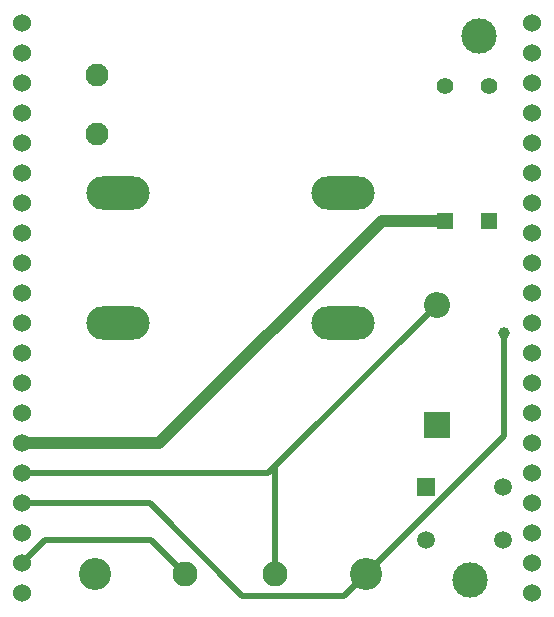
<source format=gbr>
%TF.GenerationSoftware,KiCad,Pcbnew,8.0.8*%
%TF.CreationDate,2025-03-10T21:52:53-04:00*%
%TF.ProjectId,AMS Latching Module V3.0,414d5320-4c61-4746-9368-696e67204d6f,rev?*%
%TF.SameCoordinates,Original*%
%TF.FileFunction,Copper,L2,Bot*%
%TF.FilePolarity,Positive*%
%FSLAX46Y46*%
G04 Gerber Fmt 4.6, Leading zero omitted, Abs format (unit mm)*
G04 Created by KiCad (PCBNEW 8.0.8) date 2025-03-10 21:52:53*
%MOMM*%
%LPD*%
G01*
G04 APERTURE LIST*
%TA.AperFunction,ComponentPad*%
%ADD10C,3.000000*%
%TD*%
%TA.AperFunction,ComponentPad*%
%ADD11C,1.524000*%
%TD*%
%TA.AperFunction,ComponentPad*%
%ADD12R,1.498600X1.498600*%
%TD*%
%TA.AperFunction,ComponentPad*%
%ADD13C,1.498600*%
%TD*%
%TA.AperFunction,ComponentPad*%
%ADD14O,5.350000X2.850000*%
%TD*%
%TA.AperFunction,ComponentPad*%
%ADD15C,2.717800*%
%TD*%
%TA.AperFunction,ComponentPad*%
%ADD16C,2.108200*%
%TD*%
%TA.AperFunction,ComponentPad*%
%ADD17R,1.397000X1.397000*%
%TD*%
%TA.AperFunction,ComponentPad*%
%ADD18C,1.397000*%
%TD*%
%TA.AperFunction,ComponentPad*%
%ADD19C,1.950000*%
%TD*%
%TA.AperFunction,ComponentPad*%
%ADD20R,2.200000X2.200000*%
%TD*%
%TA.AperFunction,ComponentPad*%
%ADD21O,2.200000X2.200000*%
%TD*%
%TA.AperFunction,ViaPad*%
%ADD22C,1.000000*%
%TD*%
%TA.AperFunction,Conductor*%
%ADD23C,1.000000*%
%TD*%
%TA.AperFunction,Conductor*%
%ADD24C,0.500000*%
%TD*%
%TA.AperFunction,Conductor*%
%ADD25C,0.250000*%
%TD*%
G04 APERTURE END LIST*
D10*
%TO.P,Safety Loop,1,1*%
%TO.N,Net-(J3-Pad7)*%
X89500000Y-51900000D03*
%TD*%
D11*
%TO.P,J3,1,1*%
%TO.N,Net-(J3-Pad1)*%
X50800000Y-99060000D03*
%TO.P,J3,2,2*%
%TO.N,Net-(D1-K)*%
X50800000Y-96520000D03*
%TO.P,J3,3,3*%
%TO.N,Net-(J3-Pad1)*%
X50800000Y-93980000D03*
%TO.P,J3,4,4*%
%TO.N,Net-(D4-A)*%
X50800000Y-91440000D03*
%TO.P,J3,5,5*%
%TO.N,Net-(D3-A)*%
X50800000Y-88900000D03*
%TO.P,J3,6,6*%
%TO.N,/GND*%
X50800000Y-86360000D03*
%TO.P,J3,7,7*%
%TO.N,Net-(J3-Pad7)*%
X50800000Y-83820000D03*
%TO.P,J3,8,8*%
%TO.N,unconnected-(J3-Pad8)*%
X50800000Y-81280000D03*
%TO.P,J3,9,9*%
%TO.N,unconnected-(J3-Pad9)*%
X50800000Y-78740000D03*
%TO.P,J3,10,10*%
%TO.N,unconnected-(J3-Pad10)*%
X50800000Y-76200000D03*
%TO.P,J3,11,11*%
%TO.N,unconnected-(J3-Pad11)*%
X50800000Y-73660000D03*
%TO.P,J3,12,12*%
%TO.N,unconnected-(J3-Pad12)*%
X50800000Y-71120000D03*
%TO.P,J3,13,13*%
%TO.N,unconnected-(J3-Pad13)*%
X50800000Y-68580000D03*
%TO.P,J3,14,14*%
%TO.N,unconnected-(J3-Pad14)*%
X50800000Y-66040000D03*
%TO.P,J3,15,15*%
%TO.N,unconnected-(J3-Pad15)*%
X50800000Y-63500000D03*
%TO.P,J3,16,16*%
%TO.N,unconnected-(J3-Pad16)*%
X50800000Y-60960000D03*
%TO.P,J3,17,17*%
%TO.N,unconnected-(J3-Pad17)*%
X50800000Y-58420000D03*
%TO.P,J3,18,18*%
%TO.N,unconnected-(J3-Pad18)*%
X50800000Y-55880000D03*
%TO.P,J3,19,19*%
%TO.N,unconnected-(J3-Pad19)*%
X50800000Y-53340000D03*
%TO.P,J3,20,20*%
%TO.N,unconnected-(J3-Pad20)*%
X50800000Y-50800000D03*
%TD*%
D12*
%TO.P,AMS RESET,1,1*%
%TO.N,Net-(D1-K)*%
X85019999Y-90070000D03*
D13*
%TO.P,AMS RESET,2,2*%
%TO.N,N/C*%
X91520000Y-90070000D03*
%TO.P,AMS RESET,3*%
X85019999Y-94570001D03*
%TO.P,AMS RESET,4*%
%TO.N,Net-(J3-Pad1)*%
X91520000Y-94570001D03*
%TD*%
D14*
%TO.P,K1,1,1*%
%TO.N,Net-(J4-Pad2)*%
X58920000Y-65159999D03*
%TO.P,K1,2,2*%
%TO.N,Net-(J3-Pad1)*%
X58920000Y-76160000D03*
D15*
%TO.P,K1,3,3*%
X56970000Y-97460000D03*
D16*
%TO.P,K1,4,4*%
%TO.N,Net-(D1-K)*%
X64620000Y-97460000D03*
%TO.P,K1,5,5*%
%TO.N,Net-(D3-A)*%
X72220000Y-97460000D03*
D15*
%TO.P,K1,6,6*%
%TO.N,Net-(D4-A)*%
X79870000Y-97460000D03*
D14*
%TO.P,K1,7,7*%
%TO.N,Net-(D1-K)*%
X77919998Y-76160000D03*
%TO.P,K1,8,8*%
%TO.N,Net-(J3-Pad7)*%
X77919998Y-65159999D03*
%TD*%
D17*
%TO.P,R2,1*%
%TO.N,/GND*%
X90300000Y-67530000D03*
D18*
%TO.P,R2,2*%
%TO.N,Net-(D4-K)*%
X90300000Y-56100000D03*
%TD*%
D19*
%TO.P,J4,1*%
%TO.N,unconnected-(J4-Pad1)*%
X57130000Y-55150000D03*
%TO.P,J4,2*%
%TO.N,Net-(J4-Pad2)*%
X57130000Y-60150000D03*
%TD*%
D10*
%TO.P,TP1,1,1*%
%TO.N,Net-(J3-Pad1)*%
X88720000Y-97970000D03*
%TD*%
D17*
%TO.P,R1,1*%
%TO.N,/GND*%
X86600000Y-67530000D03*
D18*
%TO.P,R1,2*%
%TO.N,Net-(D4-K)*%
X86600000Y-56100000D03*
%TD*%
D11*
%TO.P,J2,1,1*%
%TO.N,N/C*%
X94000000Y-99060000D03*
%TO.P,J2,2,2*%
X94000000Y-96520000D03*
%TO.P,J2,3,3*%
X94000000Y-93980000D03*
%TO.P,J2,4,4*%
X94000000Y-91440000D03*
%TO.P,J2,5,5*%
X94000000Y-88900000D03*
%TO.P,J2,6,6*%
X94000000Y-86360000D03*
%TO.P,J2,7,7*%
X94000000Y-83820000D03*
%TO.P,J2,8,8*%
X94000000Y-81280000D03*
%TO.P,J2,9,9*%
X94000000Y-78740000D03*
%TO.P,J2,10,10*%
X94000000Y-76200000D03*
%TO.P,J2,11,11*%
X94000000Y-73660000D03*
%TO.P,J2,12,12*%
X94000000Y-71120000D03*
%TO.P,J2,13,13*%
X94000000Y-68580000D03*
%TO.P,J2,14,14*%
X94000000Y-66040000D03*
%TO.P,J2,15,15*%
X94000000Y-63500000D03*
%TO.P,J2,16,16*%
X94000000Y-60960000D03*
%TO.P,J2,17,17*%
X94000000Y-58420000D03*
%TO.P,J2,18,18*%
X94000000Y-55880000D03*
%TO.P,J2,19,19*%
X94000000Y-53340000D03*
%TO.P,J2,20,20*%
X94000000Y-50800000D03*
%TD*%
D20*
%TO.P,D3,1,K*%
%TO.N,Net-(D1-K)*%
X85920000Y-84790000D03*
D21*
%TO.P,D3,2,A*%
%TO.N,Net-(D3-A)*%
X85920000Y-74630000D03*
%TD*%
D22*
%TO.N,Net-(D4-A)*%
X91620000Y-77000000D03*
%TD*%
D23*
%TO.N,/GND*%
X81220000Y-67530000D02*
X62390000Y-86360000D01*
X86600000Y-67530000D02*
X81220000Y-67530000D01*
X62390000Y-86360000D02*
X50800000Y-86360000D01*
D24*
%TO.N,Net-(D1-K)*%
X61730000Y-94570000D02*
X52750000Y-94570000D01*
X64620000Y-97460000D02*
X61730000Y-94570000D01*
X52750000Y-94570000D02*
X50800000Y-96520000D01*
%TO.N,Net-(D4-A)*%
X79870000Y-97460000D02*
X91620000Y-85710000D01*
D25*
X79870000Y-97460000D02*
X79870000Y-96440000D01*
D24*
X58750000Y-91440000D02*
X54940000Y-91440000D01*
X91620000Y-85710000D02*
X91620000Y-77000000D01*
X78060000Y-99270000D02*
X79870000Y-97460000D01*
X58750000Y-91440000D02*
X61590000Y-91440000D01*
X61590000Y-91440000D02*
X69420000Y-99270000D01*
X69420000Y-99270000D02*
X78060000Y-99270000D01*
X50800000Y-91440000D02*
X58750000Y-91440000D01*
%TO.N,Net-(D3-A)*%
X71650000Y-88900000D02*
X72650000Y-87900000D01*
X63660000Y-88900000D02*
X71650000Y-88900000D01*
X72220000Y-97460000D02*
X72220000Y-88330000D01*
X72220000Y-88330000D02*
X72650000Y-87900000D01*
X50800000Y-88900000D02*
X63660000Y-88900000D01*
X72650000Y-87900000D02*
X85920000Y-74630000D01*
%TD*%
M02*

</source>
